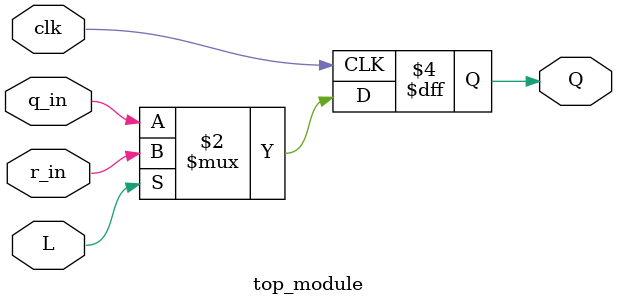
<source format=v>

module top_module (
  input clk,
  input L,
  input q_in,
  input r_in,
  output reg Q
);

  initial Q=0;
  always @(posedge clk)
    Q <= L ? r_in : q_in;

endmodule


</source>
